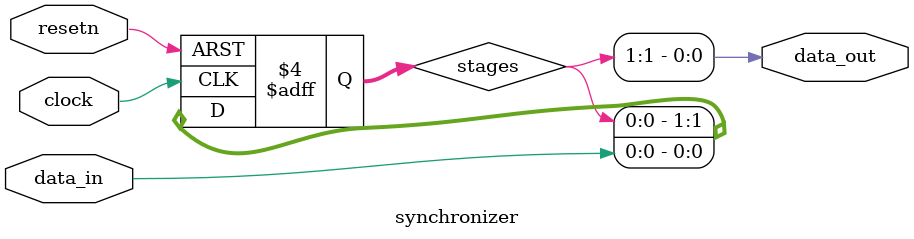
<source format=v>



module synchronizer #(
  parameter STAGES = 2
) (
  input  clock,
  input  resetn,
  input  data_in,
  output data_out
);

reg [STAGES-1:0] stages;

integer stage_index;
always @(posedge clock or negedge resetn) begin
  if (!resetn) stages <= 0;
  else begin
    stages[0] <= data_in;
    for (stage_index = 1; stage_index < STAGES; stage_index = stage_index+1) begin
      stages[stage_index] <= stages[stage_index-1];
    end
  end
end

assign data_out = stages[STAGES-1];

endmodule

</source>
